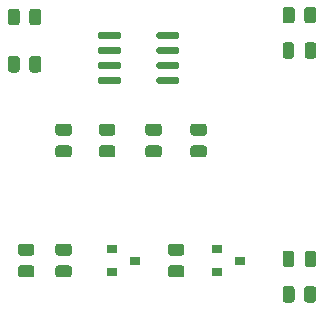
<source format=gbr>
G04 #@! TF.GenerationSoftware,KiCad,Pcbnew,5.1.7-a382d34a8~87~ubuntu20.04.1*
G04 #@! TF.CreationDate,2020-11-16T15:14:02+01:00*
G04 #@! TF.ProjectId,LocoNetInterface_V1.1,4c6f636f-4e65-4744-996e-746572666163,rev?*
G04 #@! TF.SameCoordinates,Original*
G04 #@! TF.FileFunction,Paste,Top*
G04 #@! TF.FilePolarity,Positive*
%FSLAX46Y46*%
G04 Gerber Fmt 4.6, Leading zero omitted, Abs format (unit mm)*
G04 Created by KiCad (PCBNEW 5.1.7-a382d34a8~87~ubuntu20.04.1) date 2020-11-16 15:14:02*
%MOMM*%
%LPD*%
G01*
G04 APERTURE LIST*
%ADD10R,0.900000X0.800000*%
G04 APERTURE END LIST*
G36*
G01*
X63315001Y-124060000D02*
X62414999Y-124060000D01*
G75*
G02*
X62165000Y-123810001I0J249999D01*
G01*
X62165000Y-123284999D01*
G75*
G02*
X62414999Y-123035000I249999J0D01*
G01*
X63315001Y-123035000D01*
G75*
G02*
X63565000Y-123284999I0J-249999D01*
G01*
X63565000Y-123810001D01*
G75*
G02*
X63315001Y-124060000I-249999J0D01*
G01*
G37*
G36*
G01*
X63315001Y-125885000D02*
X62414999Y-125885000D01*
G75*
G02*
X62165000Y-125635001I0J249999D01*
G01*
X62165000Y-125109999D01*
G75*
G02*
X62414999Y-124860000I249999J0D01*
G01*
X63315001Y-124860000D01*
G75*
G02*
X63565000Y-125109999I0J-249999D01*
G01*
X63565000Y-125635001D01*
G75*
G02*
X63315001Y-125885000I-249999J0D01*
G01*
G37*
G36*
G01*
X65589999Y-124860000D02*
X66490001Y-124860000D01*
G75*
G02*
X66740000Y-125109999I0J-249999D01*
G01*
X66740000Y-125635001D01*
G75*
G02*
X66490001Y-125885000I-249999J0D01*
G01*
X65589999Y-125885000D01*
G75*
G02*
X65340000Y-125635001I0J249999D01*
G01*
X65340000Y-125109999D01*
G75*
G02*
X65589999Y-124860000I249999J0D01*
G01*
G37*
G36*
G01*
X65589999Y-123035000D02*
X66490001Y-123035000D01*
G75*
G02*
X66740000Y-123284999I0J-249999D01*
G01*
X66740000Y-123810001D01*
G75*
G02*
X66490001Y-124060000I-249999J0D01*
G01*
X65589999Y-124060000D01*
G75*
G02*
X65340000Y-123810001I0J249999D01*
G01*
X65340000Y-123284999D01*
G75*
G02*
X65589999Y-123035000I249999J0D01*
G01*
G37*
G36*
G01*
X76015001Y-124060000D02*
X75114999Y-124060000D01*
G75*
G02*
X74865000Y-123810001I0J249999D01*
G01*
X74865000Y-123284999D01*
G75*
G02*
X75114999Y-123035000I249999J0D01*
G01*
X76015001Y-123035000D01*
G75*
G02*
X76265000Y-123284999I0J-249999D01*
G01*
X76265000Y-123810001D01*
G75*
G02*
X76015001Y-124060000I-249999J0D01*
G01*
G37*
G36*
G01*
X76015001Y-125885000D02*
X75114999Y-125885000D01*
G75*
G02*
X74865000Y-125635001I0J249999D01*
G01*
X74865000Y-125109999D01*
G75*
G02*
X75114999Y-124860000I249999J0D01*
G01*
X76015001Y-124860000D01*
G75*
G02*
X76265000Y-125109999I0J-249999D01*
G01*
X76265000Y-125635001D01*
G75*
G02*
X76015001Y-125885000I-249999J0D01*
G01*
G37*
G36*
G01*
X85600000Y-126869999D02*
X85600000Y-127770001D01*
G75*
G02*
X85350001Y-128020000I-249999J0D01*
G01*
X84824999Y-128020000D01*
G75*
G02*
X84575000Y-127770001I0J249999D01*
G01*
X84575000Y-126869999D01*
G75*
G02*
X84824999Y-126620000I249999J0D01*
G01*
X85350001Y-126620000D01*
G75*
G02*
X85600000Y-126869999I0J-249999D01*
G01*
G37*
G36*
G01*
X87425000Y-126869999D02*
X87425000Y-127770001D01*
G75*
G02*
X87175001Y-128020000I-249999J0D01*
G01*
X86649999Y-128020000D01*
G75*
G02*
X86400000Y-127770001I0J249999D01*
G01*
X86400000Y-126869999D01*
G75*
G02*
X86649999Y-126620000I249999J0D01*
G01*
X87175001Y-126620000D01*
G75*
G02*
X87425000Y-126869999I0J-249999D01*
G01*
G37*
G36*
G01*
X70180001Y-113900000D02*
X69279999Y-113900000D01*
G75*
G02*
X69030000Y-113650001I0J249999D01*
G01*
X69030000Y-113124999D01*
G75*
G02*
X69279999Y-112875000I249999J0D01*
G01*
X70180001Y-112875000D01*
G75*
G02*
X70430000Y-113124999I0J-249999D01*
G01*
X70430000Y-113650001D01*
G75*
G02*
X70180001Y-113900000I-249999J0D01*
G01*
G37*
G36*
G01*
X70180001Y-115725000D02*
X69279999Y-115725000D01*
G75*
G02*
X69030000Y-115475001I0J249999D01*
G01*
X69030000Y-114949999D01*
G75*
G02*
X69279999Y-114700000I249999J0D01*
G01*
X70180001Y-114700000D01*
G75*
G02*
X70430000Y-114949999I0J-249999D01*
G01*
X70430000Y-115475001D01*
G75*
G02*
X70180001Y-115725000I-249999J0D01*
G01*
G37*
G36*
G01*
X85600000Y-103229999D02*
X85600000Y-104130001D01*
G75*
G02*
X85350001Y-104380000I-249999J0D01*
G01*
X84824999Y-104380000D01*
G75*
G02*
X84575000Y-104130001I0J249999D01*
G01*
X84575000Y-103229999D01*
G75*
G02*
X84824999Y-102980000I249999J0D01*
G01*
X85350001Y-102980000D01*
G75*
G02*
X85600000Y-103229999I0J-249999D01*
G01*
G37*
G36*
G01*
X87425000Y-103229999D02*
X87425000Y-104130001D01*
G75*
G02*
X87175001Y-104380000I-249999J0D01*
G01*
X86649999Y-104380000D01*
G75*
G02*
X86400000Y-104130001I0J249999D01*
G01*
X86400000Y-103229999D01*
G75*
G02*
X86649999Y-102980000I249999J0D01*
G01*
X87175001Y-102980000D01*
G75*
G02*
X87425000Y-103229999I0J-249999D01*
G01*
G37*
G36*
G01*
X77019999Y-114700000D02*
X77920001Y-114700000D01*
G75*
G02*
X78170000Y-114949999I0J-249999D01*
G01*
X78170000Y-115475001D01*
G75*
G02*
X77920001Y-115725000I-249999J0D01*
G01*
X77019999Y-115725000D01*
G75*
G02*
X76770000Y-115475001I0J249999D01*
G01*
X76770000Y-114949999D01*
G75*
G02*
X77019999Y-114700000I249999J0D01*
G01*
G37*
G36*
G01*
X77019999Y-112875000D02*
X77920001Y-112875000D01*
G75*
G02*
X78170000Y-113124999I0J-249999D01*
G01*
X78170000Y-113650001D01*
G75*
G02*
X77920001Y-113900000I-249999J0D01*
G01*
X77019999Y-113900000D01*
G75*
G02*
X76770000Y-113650001I0J249999D01*
G01*
X76770000Y-113124999D01*
G75*
G02*
X77019999Y-112875000I249999J0D01*
G01*
G37*
G36*
G01*
X74110001Y-113900000D02*
X73209999Y-113900000D01*
G75*
G02*
X72960000Y-113650001I0J249999D01*
G01*
X72960000Y-113124999D01*
G75*
G02*
X73209999Y-112875000I249999J0D01*
G01*
X74110001Y-112875000D01*
G75*
G02*
X74360000Y-113124999I0J-249999D01*
G01*
X74360000Y-113650001D01*
G75*
G02*
X74110001Y-113900000I-249999J0D01*
G01*
G37*
G36*
G01*
X74110001Y-115725000D02*
X73209999Y-115725000D01*
G75*
G02*
X72960000Y-115475001I0J249999D01*
G01*
X72960000Y-114949999D01*
G75*
G02*
X73209999Y-114700000I249999J0D01*
G01*
X74110001Y-114700000D01*
G75*
G02*
X74360000Y-114949999I0J-249999D01*
G01*
X74360000Y-115475001D01*
G75*
G02*
X74110001Y-115725000I-249999J0D01*
G01*
G37*
G36*
G01*
X66490001Y-113900000D02*
X65589999Y-113900000D01*
G75*
G02*
X65340000Y-113650001I0J249999D01*
G01*
X65340000Y-113124999D01*
G75*
G02*
X65589999Y-112875000I249999J0D01*
G01*
X66490001Y-112875000D01*
G75*
G02*
X66740000Y-113124999I0J-249999D01*
G01*
X66740000Y-113650001D01*
G75*
G02*
X66490001Y-113900000I-249999J0D01*
G01*
G37*
G36*
G01*
X66490001Y-115725000D02*
X65589999Y-115725000D01*
G75*
G02*
X65340000Y-115475001I0J249999D01*
G01*
X65340000Y-114949999D01*
G75*
G02*
X65589999Y-114700000I249999J0D01*
G01*
X66490001Y-114700000D01*
G75*
G02*
X66740000Y-114949999I0J-249999D01*
G01*
X66740000Y-115475001D01*
G75*
G02*
X66490001Y-115725000I-249999J0D01*
G01*
G37*
G36*
G01*
X62330000Y-107389999D02*
X62330000Y-108290001D01*
G75*
G02*
X62080001Y-108540000I-249999J0D01*
G01*
X61554999Y-108540000D01*
G75*
G02*
X61305000Y-108290001I0J249999D01*
G01*
X61305000Y-107389999D01*
G75*
G02*
X61554999Y-107140000I249999J0D01*
G01*
X62080001Y-107140000D01*
G75*
G02*
X62330000Y-107389999I0J-249999D01*
G01*
G37*
G36*
G01*
X64155000Y-107389999D02*
X64155000Y-108290001D01*
G75*
G02*
X63905001Y-108540000I-249999J0D01*
G01*
X63379999Y-108540000D01*
G75*
G02*
X63130000Y-108290001I0J249999D01*
G01*
X63130000Y-107389999D01*
G75*
G02*
X63379999Y-107140000I249999J0D01*
G01*
X63905001Y-107140000D01*
G75*
G02*
X64155000Y-107389999I0J-249999D01*
G01*
G37*
G36*
G01*
X63130000Y-104290001D02*
X63130000Y-103389999D01*
G75*
G02*
X63379999Y-103140000I249999J0D01*
G01*
X63905001Y-103140000D01*
G75*
G02*
X64155000Y-103389999I0J-249999D01*
G01*
X64155000Y-104290001D01*
G75*
G02*
X63905001Y-104540000I-249999J0D01*
G01*
X63379999Y-104540000D01*
G75*
G02*
X63130000Y-104290001I0J249999D01*
G01*
G37*
G36*
G01*
X61305000Y-104290001D02*
X61305000Y-103389999D01*
G75*
G02*
X61554999Y-103140000I249999J0D01*
G01*
X62080001Y-103140000D01*
G75*
G02*
X62330000Y-103389999I0J-249999D01*
G01*
X62330000Y-104290001D01*
G75*
G02*
X62080001Y-104540000I-249999J0D01*
G01*
X61554999Y-104540000D01*
G75*
G02*
X61305000Y-104290001I0J249999D01*
G01*
G37*
G36*
G01*
X86450000Y-124776250D02*
X86450000Y-123863750D01*
G75*
G02*
X86693750Y-123620000I243750J0D01*
G01*
X87181250Y-123620000D01*
G75*
G02*
X87425000Y-123863750I0J-243750D01*
G01*
X87425000Y-124776250D01*
G75*
G02*
X87181250Y-125020000I-243750J0D01*
G01*
X86693750Y-125020000D01*
G75*
G02*
X86450000Y-124776250I0J243750D01*
G01*
G37*
G36*
G01*
X84575000Y-124776250D02*
X84575000Y-123863750D01*
G75*
G02*
X84818750Y-123620000I243750J0D01*
G01*
X85306250Y-123620000D01*
G75*
G02*
X85550000Y-123863750I0J-243750D01*
G01*
X85550000Y-124776250D01*
G75*
G02*
X85306250Y-125020000I-243750J0D01*
G01*
X84818750Y-125020000D01*
G75*
G02*
X84575000Y-124776250I0J243750D01*
G01*
G37*
G36*
G01*
X86450000Y-107136250D02*
X86450000Y-106223750D01*
G75*
G02*
X86693750Y-105980000I243750J0D01*
G01*
X87181250Y-105980000D01*
G75*
G02*
X87425000Y-106223750I0J-243750D01*
G01*
X87425000Y-107136250D01*
G75*
G02*
X87181250Y-107380000I-243750J0D01*
G01*
X86693750Y-107380000D01*
G75*
G02*
X86450000Y-107136250I0J243750D01*
G01*
G37*
G36*
G01*
X84575000Y-107136250D02*
X84575000Y-106223750D01*
G75*
G02*
X84818750Y-105980000I243750J0D01*
G01*
X85306250Y-105980000D01*
G75*
G02*
X85550000Y-106223750I0J-243750D01*
G01*
X85550000Y-107136250D01*
G75*
G02*
X85306250Y-107380000I-243750J0D01*
G01*
X84818750Y-107380000D01*
G75*
G02*
X84575000Y-107136250I0J243750D01*
G01*
G37*
D10*
X72120000Y-124460000D03*
X70120000Y-125410000D03*
X70120000Y-123510000D03*
X81010000Y-124460000D03*
X79010000Y-125410000D03*
X79010000Y-123510000D03*
G36*
G01*
X73890000Y-105560000D02*
X73890000Y-105260000D01*
G75*
G02*
X74040000Y-105110000I150000J0D01*
G01*
X75690000Y-105110000D01*
G75*
G02*
X75840000Y-105260000I0J-150000D01*
G01*
X75840000Y-105560000D01*
G75*
G02*
X75690000Y-105710000I-150000J0D01*
G01*
X74040000Y-105710000D01*
G75*
G02*
X73890000Y-105560000I0J150000D01*
G01*
G37*
G36*
G01*
X73890000Y-106830000D02*
X73890000Y-106530000D01*
G75*
G02*
X74040000Y-106380000I150000J0D01*
G01*
X75690000Y-106380000D01*
G75*
G02*
X75840000Y-106530000I0J-150000D01*
G01*
X75840000Y-106830000D01*
G75*
G02*
X75690000Y-106980000I-150000J0D01*
G01*
X74040000Y-106980000D01*
G75*
G02*
X73890000Y-106830000I0J150000D01*
G01*
G37*
G36*
G01*
X73890000Y-108100000D02*
X73890000Y-107800000D01*
G75*
G02*
X74040000Y-107650000I150000J0D01*
G01*
X75690000Y-107650000D01*
G75*
G02*
X75840000Y-107800000I0J-150000D01*
G01*
X75840000Y-108100000D01*
G75*
G02*
X75690000Y-108250000I-150000J0D01*
G01*
X74040000Y-108250000D01*
G75*
G02*
X73890000Y-108100000I0J150000D01*
G01*
G37*
G36*
G01*
X73890000Y-109370000D02*
X73890000Y-109070000D01*
G75*
G02*
X74040000Y-108920000I150000J0D01*
G01*
X75690000Y-108920000D01*
G75*
G02*
X75840000Y-109070000I0J-150000D01*
G01*
X75840000Y-109370000D01*
G75*
G02*
X75690000Y-109520000I-150000J0D01*
G01*
X74040000Y-109520000D01*
G75*
G02*
X73890000Y-109370000I0J150000D01*
G01*
G37*
G36*
G01*
X68940000Y-109370000D02*
X68940000Y-109070000D01*
G75*
G02*
X69090000Y-108920000I150000J0D01*
G01*
X70740000Y-108920000D01*
G75*
G02*
X70890000Y-109070000I0J-150000D01*
G01*
X70890000Y-109370000D01*
G75*
G02*
X70740000Y-109520000I-150000J0D01*
G01*
X69090000Y-109520000D01*
G75*
G02*
X68940000Y-109370000I0J150000D01*
G01*
G37*
G36*
G01*
X68940000Y-108100000D02*
X68940000Y-107800000D01*
G75*
G02*
X69090000Y-107650000I150000J0D01*
G01*
X70740000Y-107650000D01*
G75*
G02*
X70890000Y-107800000I0J-150000D01*
G01*
X70890000Y-108100000D01*
G75*
G02*
X70740000Y-108250000I-150000J0D01*
G01*
X69090000Y-108250000D01*
G75*
G02*
X68940000Y-108100000I0J150000D01*
G01*
G37*
G36*
G01*
X68940000Y-106830000D02*
X68940000Y-106530000D01*
G75*
G02*
X69090000Y-106380000I150000J0D01*
G01*
X70740000Y-106380000D01*
G75*
G02*
X70890000Y-106530000I0J-150000D01*
G01*
X70890000Y-106830000D01*
G75*
G02*
X70740000Y-106980000I-150000J0D01*
G01*
X69090000Y-106980000D01*
G75*
G02*
X68940000Y-106830000I0J150000D01*
G01*
G37*
G36*
G01*
X68940000Y-105560000D02*
X68940000Y-105260000D01*
G75*
G02*
X69090000Y-105110000I150000J0D01*
G01*
X70740000Y-105110000D01*
G75*
G02*
X70890000Y-105260000I0J-150000D01*
G01*
X70890000Y-105560000D01*
G75*
G02*
X70740000Y-105710000I-150000J0D01*
G01*
X69090000Y-105710000D01*
G75*
G02*
X68940000Y-105560000I0J150000D01*
G01*
G37*
M02*

</source>
